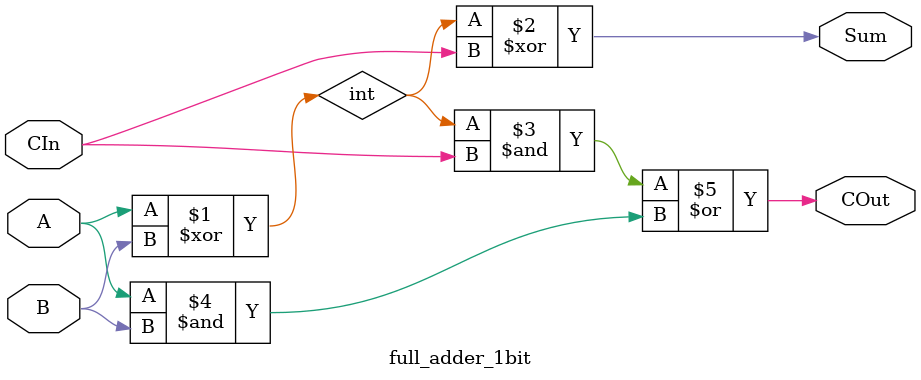
<source format=v>
module PC_control (input [2:0] C, input [8:0] I, input [2:0] F, input [15:0] PC_in, output [15:0] PC_out);

wire jump, Zero, Ovflw, Sign;
wire [15:0] carrys;
wire [14:0] B_Operand;

// Not needed but makes code more readable
assign {Zero, Ovflw, Sign} = F;

assign jump = C[2:1] == 2'b00 ?   C[0] == Zero :
              C[2:1] == 2'b01 ? ~(C[0]|Zero|Sign) | (C[0]&Sign):
              C[2:1] == 2'b10 ?  (C[0] == Sign) | Zero:
                                  C[0] | Ovflw;

// If we want to jump, use the sign extended immidiate sll 1, otherwise 0
assign B_Operand = jump ? {{5{I[8]}},{I}} : 0;
assign carrys[0] = 1'b1; // We always want to increment by 2

// Create a 15 bit adder.
full_adder_1bit adder[14:0] (.Sum(PC_out[15:1]), .A(PC_in[15:1]), .B(B_Operand), .COut(carrys[15:1]), .CIn(carrys[14:0]));
assign PC_out[0] = PC_in[0]; // We're never going to be changing the LSB

endmodule // PC_control

module full_adder_1bit (output Sum, COut, input A, B, CIn);

assign int = A ^ B;
assign Sum = int ^ CIn;
assign COut = int & CIn | A & B;

endmodule

</source>
